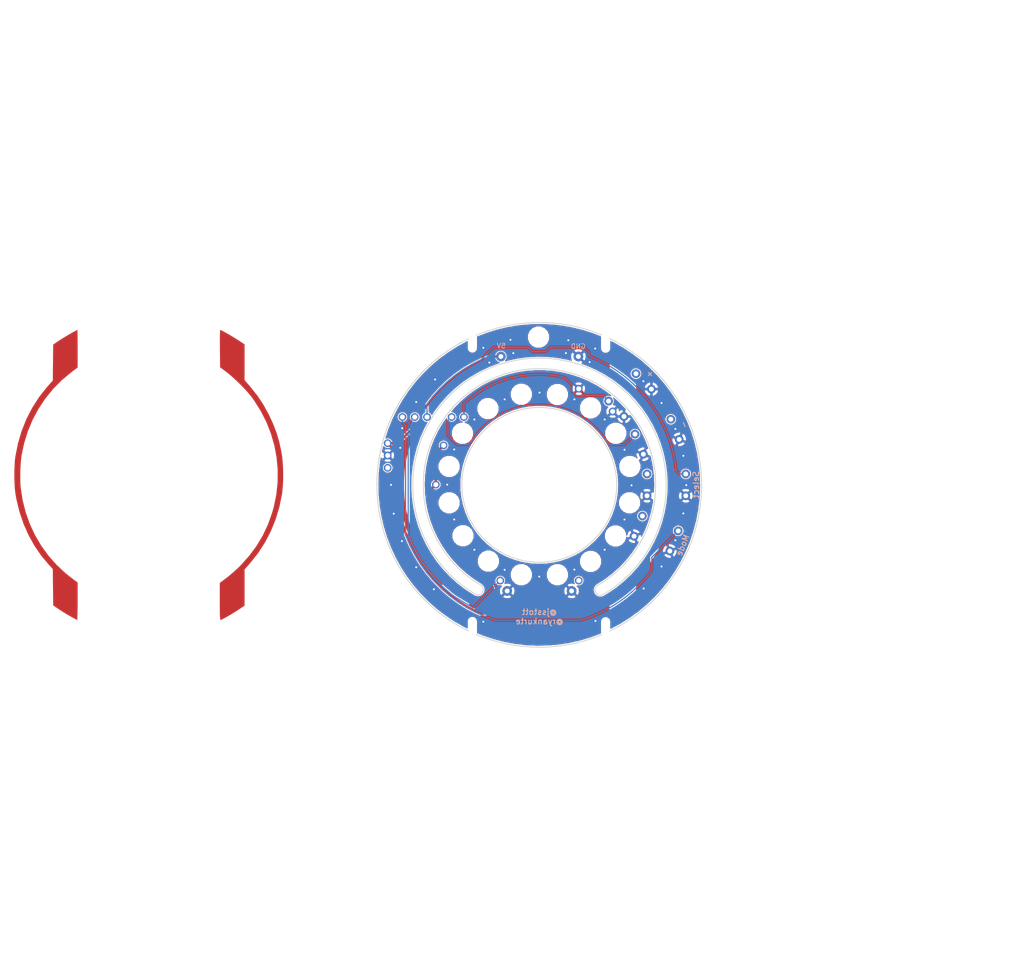
<source format=kicad_pcb>
(kicad_pcb (version 20171130) (host pcbnew "(5.0.0)")
  (layers (0 F.Cu signal) (31 B.Cu signal) (34 B.Paste user) (35 F.Paste user) (36 B.SilkS user) (37 F.SilkS user) (38 B.Mask user) (39 F.Mask user) (44 Edge.Cuts user))
  (net 0 "")
  (net 1 GND)
  (net 2 /5V)
  (net 3 /LED_DATA)
  (net 4 "Net-(U2-Pad4)")
  (net 5 "Net-(U1-Pad1)")
  (net 6 "Net-(U1-Pad7)")
  (net 7 /SW_Mode)
  (net 8 /SW_Select)
  (net 9 /SW_Plus)
  (net 10 /SW_Minus)
  (module identity-disk:front-decal (layer F.Cu) (at 134.25 73.65)
    (fp_text reference MH7 hide)
    (fp_text value "Front Decal" hide)
    (fp_poly (pts (xy -14.839815 -30.510695) (xy -14.829631 -30.163953) (xy -14.820824 -29.623943) (xy -14.813755 -28.92167) (xy -14.808783 -28.088136) (xy -14.806268 -27.154347) (xy -14.80603 -26.755753) (xy -14.80603 -22.87834) (xy -16.050006 -21.943308) (xy -18.041241 -20.289126) (xy -19.849555 -18.462518) (xy -21.466618 -16.477294) (xy -22.8841 -14.347265) (xy -24.093672 -12.086241) (xy -25.087004 -9.708032) (xy -25.855766 -7.226449) (xy -26.359817 -4.850251) (xy -26.485713 -3.88747) (xy -26.578281 -2.753531) (xy -26.635094 -1.530674) (xy -26.653728 -0.30114) (xy -26.631758 0.852831) (xy -26.566757 1.848997) (xy -26.559496 1.920647) (xy -26.165057 4.501087) (xy -25.534188 7.006414) (xy -24.675328 9.421841) (xy -23.59692 11.732576) (xy -22.307404 13.923831) (xy -20.81522 15.980815) (xy -19.128811 17.88874) (xy -17.256616 19.632817) (xy -15.795226 20.781064) (xy -14.80603 21.503284) (xy -14.80603 25.366215) (xy -14.809064 26.329696) (xy -14.817654 27.205269) (xy -14.83103 27.961897) (xy -14.848422 28.568543) (xy -14.869061 28.994171) (xy -14.892178 29.207744) (xy -14.901759 29.226857) (xy -15.044145 29.166643) (xy -15.361305 29.004344) (xy -15.806438 28.764647) (xy -16.332741 28.472236) (xy -16.337688 28.469449) (xy -17.009279 28.078598) (xy -17.735677 27.635792) (xy -18.410626 27.206641) (xy -18.762814 26.97199) (xy -19.847738 26.229649) (xy -19.881604 22.478496) (xy -19.91547 18.727344) (xy -20.699247 17.889483) (xy -22.277955 16.018579) (xy -23.686202 13.970456) (xy -24.913936 11.766478) (xy -25.951104 9.428009) (xy -26.787654 6.976412) (xy -27.413535 4.433052) (xy -27.64534 3.127136) (xy -27.756127 2.175345) (xy -27.828901 1.045061) (xy -27.863631 -0.189773) (xy -27.860291 -1.455216) (xy -27.818851 -2.677325) (xy -27.739284 -3.782159) (xy -27.648273 -4.531155) (xy -27.115312 -7.213965) (xy -26.354147 -9.789749) (xy -25.368055 -12.251497) (xy -24.160316 -14.592196) (xy -22.734209 -16.804835) (xy -21.093013 -18.882403) (xy -20.762621 -19.255219) (xy -19.91537 -20.194359) (xy -19.881554 -23.90504) (xy -19.847738 -27.615722) (xy -18.635176 -28.429103) (xy -18.203509 -28.709115) (xy -17.673901 -29.038288) (xy -17.089787 -29.391323) (xy -16.494605 -29.742921) (xy -15.93179 -30.067783) (xy -15.44478 -30.340608) (xy -15.077011 -30.536098) (xy -14.871919 -30.628953) (xy -14.851017 -30.633166) (xy -14.839815 -30.510695)) (layer F.Cu) (width 0.01))
    (fp_poly (pts (xy 14.812145 -30.569753) (xy 15.164785 -30.395469) (xy 15.649876 -30.134243) (xy 16.22525 -29.810005) (xy 16.848743 -29.446687) (xy 17.478187 -29.068216) (xy 18.071417 -28.698525) (xy 18.284171 -28.561687) (xy 19.656282 -27.669761) (xy 19.656282 -20.289449) (xy 20.883486 -18.856031) (xy 22.328441 -17.031142) (xy 23.578978 -15.14545) (xy 24.693484 -13.110311) (xy 24.770219 -12.955276) (xy 25.620673 -11.093127) (xy 26.297151 -9.298451) (xy 26.827567 -7.482494) (xy 27.239835 -5.556505) (xy 27.399665 -4.594975) (xy 27.519583 -3.556588) (xy 27.595851 -2.344987) (xy 27.628486 -1.03728) (xy 27.617502 0.289423) (xy 27.562915 1.558012) (xy 27.46474 2.691377) (xy 27.398127 3.190955) (xy 26.864335 5.845863) (xy 26.097981 8.408702) (xy 25.104732 10.867416) (xy 23.890257 13.20995) (xy 22.460222 15.424248) (xy 20.820295 17.498255) (xy 20.505439 17.853326) (xy 19.656282 18.794591) (xy 19.656282 26.286883) (xy 18.52487 27.047643) (xy 17.955209 27.419344) (xy 17.327656 27.8101) (xy 16.684097 28.195951) (xy 16.066422 28.552935) (xy 15.516519 28.857091) (xy 15.076279 29.084458) (xy 14.787589 29.211076) (xy 14.711157 29.229146) (xy 14.663442 29.175588) (xy 14.625527 29.000315) (xy 14.596494 28.681428) (xy 14.575422 28.197029) (xy 14.561391 27.525218) (xy 14.553481 26.644098) (xy 14.550774 25.531769) (xy 14.550754 25.410146) (xy 14.550754 21.591147) (xy 15.986684 20.51027) (xy 16.614639 20.009621) (xy 17.335635 19.390243) (xy 18.070943 18.72225) (xy 18.741835 18.075757) (xy 18.90029 17.915451) (xy 20.643054 15.968207) (xy 22.149555 13.934938) (xy 23.429195 11.798995) (xy 24.491378 9.543729) (xy 25.345508 7.152489) (xy 25.706625 5.865131) (xy 26.222684 3.346039) (xy 26.489035 0.809717) (xy 26.50903 -1.727486) (xy 26.286017 -4.249224) (xy 25.82335 -6.739148) (xy 25.124378 -9.180912) (xy 24.192452 -11.558168) (xy 23.030923 -13.854568) (xy 21.643141 -16.053765) (xy 21.045242 -16.876363) (xy 20.447138 -17.610366) (xy 19.696481 -18.442456) (xy 18.846678 -19.319901) (xy 17.951137 -20.189968) (xy 17.063264 -20.999924) (xy 16.236466 -21.697036) (xy 15.890955 -21.965594) (xy 14.614573 -22.925027) (xy 14.580792 -26.779096) (xy 14.575124 -27.741523) (xy 14.575292 -28.616134) (xy 14.580865 -29.371836) (xy 14.591415 -29.977534) (xy 14.606509 -30.402137) (xy 14.625719 -30.614549) (xy 14.63412 -30.633166) (xy 14.812145 -30.569753)) (layer F.Cu) (width 0.01))
  )
  (module identity-disk:logo (layer F.Cu) (at 214.8 102.15)
    (fp_text reference MH6 hide)
    (fp_text value Logo hide)
  )
  (module identity-disk:lanyard_mount (layer F.Cu) (at 214.6 44.5)
    (fp_text reference MH1 hide)
    (fp_text value "Lanyard Mount" hide)
    (pad "" np_thru_hole circle (at 0 0) (size 4 4) (drill 4) (layers *.Cu *.Mask))
  )
  (module identity-disk:route_bite (layer F.Cu) (at 228.45 45.05)
    (fp_text reference MH5 hide)
    (fp_text value "Edge Cut" hide)
    (pad "" np_thru_hole oval (at 0 0) (size 1.5 5) (drill oval 1.5 5) (layers *.Cu *.Mask))
  )
  (module identity-disk:route_bite (layer F.Cu) (at 228.45 105)
    (fp_text reference MH4 hide)
    (fp_text value "Edge Cut" hide)
    (pad "" np_thru_hole oval (at 0 0) (size 1.5 5) (drill oval 1.5 5) (layers *.Cu *.Mask))
  )
  (module identity-disk:route_bite (layer F.Cu) (at 200.95 104.95)
    (fp_text reference MH3 hide)
    (fp_text value "Edge Cut" hide)
    (pad "" np_thru_hole oval (at 0 0) (size 1.5 5) (drill oval 1.5 5) (layers *.Cu *.Mask))
  )
  (module identity-disk:route_bite (layer F.Cu) (at 200.95 45)
    (fp_text reference MH2 hide)
    (fp_text value "Edge Cut" hide)
    (pad "" np_thru_hole oval (at 0 0) (size 1.5 5) (drill oval 1.5 5) (layers *.Cu *.Mask))
  )
  (module identity-disk:lilypad (layer B.Cu) (at 202.025 100.7 90)
    (fp_text reference B1 hide)
    (fp_text value lilypad)
    (fp_text user GND (at 54.3 20.775 180) (layer B.SilkS) (effects (justify mirror)))
    (fp_text user 5V (at 54.4 4.875 180) (layer B.SilkS) (effects (justify mirror)))
    (pad 4 thru_hole circle (at 52.2 20.8 90) (size 2 2) (drill 1) (layers *.Cu *.Mask) (net 1 GND))
    (pad 3 thru_hole circle (at 52.2 4.8 90) (size 2 2) (drill 1) (layers *.Cu *.Mask) (net 2 /5V))
    (pad 1 thru_hole circle (at 3.8 6.1 90) (size 2 2) (drill 1) (layers *.Cu *.Mask) (net 1 GND))
    (pad 2 thru_hole circle (at 3.8 19.4 90) (size 2 2) (drill 1) (layers *.Cu *.Mask) (net 1 GND))
  )
  (module identity-disk:attiny (layer B.Cu) (at 182.46 60.0003 90)
    (fp_text reference U1 hide)
    (fp_text value digispark)
    (pad 9 thru_hole circle (at -0.9997 16.74 90) (size 1.6 1.6) (drill 1) (layers *.Cu *.Mask) (net 10 /SW_Minus))
    (pad 8 thru_hole circle (at -0.9997 14.2 90) (size 1.6 1.6) (drill 1) (layers *.Cu *.Mask) (net 9 /SW_Plus))
    (pad 6 thru_hole circle (at -0.9997 9.12 90) (size 1.6 1.6) (drill 1) (layers *.Cu *.Mask) (net 8 /SW_Select))
    (pad 5 thru_hole circle (at -0.9997 6.58 90) (size 1.6 1.6) (drill 1) (layers *.Cu *.Mask) (net 3 /LED_DATA))
    (pad 4 thru_hole circle (at -0.9997 4.04 90) (size 1.6 1.6) (drill 1) (layers *.Cu *.Mask) (net 7 /SW_Mode))
    (pad 3 thru_hole circle (at -6.3997 1 90) (size 1.6 1.6) (drill 1) (layers *.Cu *.Mask) (net 2 /5V))
    (pad 2 thru_hole circle (at -8.9397 1 90) (size 1.6 1.6) (drill 1) (layers *.Cu *.Mask) (net 1 GND))
    (pad 1 thru_hole circle (at -11.4797 1 90) (size 1.6 1.6) (drill 1) (layers *.Cu *.Mask) (net 5 "Net-(U1-Pad1)"))
  )
  (module identity-disk:ledring (layer F.Cu) (at 214.8 74.95 270)
    (fp_text reference U2 hide)
    (fp_text value ledring hide)
    (pad "" np_thru_hole circle (at 3.75 -18.6 270) (size 4 4) (drill 4) (layers *.Cu *.Mask))
    (pad "" np_thru_hole circle (at 10.6 -15.7 270) (size 4 4) (drill 4) (layers *.Cu *.Mask))
    (pad "" np_thru_hole circle (at 15.85 -10.55 270) (size 4 4) (drill 4) (layers *.Cu *.Mask))
    (pad "" np_thru_hole circle (at 18.6 -3.7 270) (size 4 4) (drill 4) (layers *.Cu *.Mask))
    (pad "" np_thru_hole circle (at 18.6 3.75 270) (size 4 4) (drill 4) (layers *.Cu *.Mask))
    (pad "" np_thru_hole circle (at 15.8 10.55 270) (size 4 4) (drill 4) (layers *.Cu *.Mask))
    (pad "" np_thru_hole circle (at 10.55 15.8 270) (size 4 4) (drill 4) (layers *.Cu *.Mask))
    (pad "" np_thru_hole circle (at 3.75 18.65 270) (size 4 4) (drill 4) (layers *.Cu *.Mask))
    (pad "" np_thru_hole circle (at -3.75 18.65 270) (size 4 4) (drill 4) (layers *.Cu *.Mask))
    (pad "" np_thru_hole circle (at -10.6 15.9 270) (size 4 4) (drill 4) (layers *.Cu *.Mask))
    (pad "" np_thru_hole circle (at -15.7 10.65 270) (size 4 4) (drill 4) (layers *.Cu *.Mask))
    (pad "" np_thru_hole circle (at -18.65 3.75 270) (size 4 4) (drill 4) (layers *.Cu *.Mask))
    (pad "" np_thru_hole circle (at -18.6 -3.7 270) (size 4 4) (drill 4) (layers *.Cu *.Mask))
    (pad "" np_thru_hole circle (at -15.85 -10.55 270) (size 4 4) (drill 4) (layers *.Cu *.Mask))
    (pad "" np_thru_hole circle (at -10.6 -15.75 270) (size 4 4) (drill 4) (layers *.Cu *.Mask))
    (pad "" np_thru_hole circle (at -3.75 -18.65 270) (size 4 4) (drill 4) (layers *.Cu *.Mask))
    (pad 2 thru_hole circle (at -15.1 -15.1 270) (size 1.6 1.6) (drill 1) (layers *.Cu *.Mask) (net 1 GND))
    (pad 4 thru_hole circle (at 19.8 -8.1 270) (size 1.6 1.6) (drill 1) (layers *.Cu *.Mask) (net 4 "Net-(U2-Pad4)"))
    (pad 3 thru_hole circle (at 19.8 8.1 270) (size 1.6 1.6) (drill 1) (layers *.Cu *.Mask) (net 3 /LED_DATA))
    (pad 2 thru_hole circle (at -19.8 -8.1 270) (size 1.6 1.6) (drill 1) (layers *.Cu *.Mask) (net 1 GND))
    (pad 1 thru_hole circle (at -8.1 19.8 270) (size 1.6 1.6) (drill 1) (layers *.Cu *.Mask) (net 2 /5V))
    (pad 1 thru_hole circle (at 0 21.4 270) (size 1.6 1.6) (drill 1) (layers *.Cu *.Mask) (net 2 /5V))
  )
  (module identity-disk:switch (layer B.Cu) (at 228 56.5 45)
    (fp_text reference SW4 hide)
    (fp_text value CW)
    (pad "" thru_hole circle (at 7.9 1.6 45) (size 1.8 1.8) (drill 1) (layers *.Cu *.Mask))
    (pad 2 thru_hole circle (at 7.9 6.1 45) (size 1.8 1.8) (drill 1) (layers *.Cu *.Mask) (net 1 GND))
    (pad 2 thru_hole circle (at -0.1 6.1 45) (size 1.8 1.8) (drill 1) (layers *.Cu *.Mask) (net 1 GND))
    (pad 1 thru_hole circle (at -0.1 1.6 45) (size 1.8 1.8) (drill 1) (layers *.Cu *.Mask) (net 10 /SW_Minus))
  )
  (module identity-disk:switch (layer B.Cu) (at 237.1 71.15)
    (fp_text reference SW2 hide)
    (fp_text value Select)
    (pad 1 thru_hole circle (at 7.9 1.6) (size 1.8 1.8) (drill 1) (layers *.Cu *.Mask) (net 8 /SW_Select))
    (pad 2 thru_hole circle (at 7.9 6.1) (size 1.8 1.8) (drill 1) (layers *.Cu *.Mask) (net 1 GND))
    (pad 2 thru_hole circle (at -0.1 6.1) (size 1.8 1.8) (drill 1) (layers *.Cu *.Mask) (net 1 GND))
    (pad "" thru_hole circle (at -0.1 1.6) (size 1.8 1.8) (drill 1) (layers *.Cu *.Mask))
  )
  (module identity-disk:switch (layer B.Cu) (at 236.75 80 337.5)
    (fp_text reference SW1 hide)
    (fp_text value Mode)
    (pad 1 thru_hole circle (at 7.9 1.6 337.5) (size 1.8 1.8) (drill 1) (layers *.Cu *.Mask) (net 7 /SW_Mode))
    (pad 2 thru_hole circle (at 7.9 6.1 337.5) (size 1.8 1.8) (drill 1) (layers *.Cu *.Mask) (net 1 GND))
    (pad 2 thru_hole circle (at -0.1 6.1 337.5) (size 1.8 1.8) (drill 1) (layers *.Cu *.Mask) (net 1 GND))
    (pad "" thru_hole circle (at -0.1 1.6 337.5) (size 1.8 1.8) (drill 1) (layers *.Cu *.Mask))
  )
  (module identity-disk:switch (layer B.Cu) (at 234 63 22.5)
    (fp_text reference SW3 hide)
    (fp_text value CCW)
    (pad "" thru_hole circle (at 7.9 1.6 22.5) (size 1.8 1.8) (drill 1) (layers *.Cu *.Mask))
    (pad 2 thru_hole circle (at 7.9 6.1 22.5) (size 1.8 1.8) (drill 1) (layers *.Cu *.Mask) (net 1 GND))
    (pad 2 thru_hole circle (at -0.1 6.1 22.5) (size 1.8 1.8) (drill 1) (layers *.Cu *.Mask) (net 1 GND))
    (pad 1 thru_hole circle (at -0.1 1.600001 22.5) (size 1.8 1.8) (drill 1) (layers *.Cu *.Mask) (net 9 /SW_Plus))
  )
  (gr_text "@jsstott\n@ryankurte" (at 214.8 102.2) (layer B.SilkS) (effects (font (size 1.2 1.2) (thickness 0.2)) (justify mirror)))
  (gr_text + (at 237.55 52.2 135) (layer B.SilkS) (effects (font (size 1.2 1.2) (thickness 0.2)) (justify mirror)))
  (gr_text - (at 244.6 62.6 112.5) (layer B.SilkS) (effects (font (size 1.2 1.2) (thickness 0.2)) (justify mirror)))
  (gr_text Select (at 247.1 74.95 90) (layer B.SilkS) (effects (font (size 1.2 1.2) (thickness 0.2)) (justify mirror)))
  (gr_text Mode (at 244.4 87.45 67.5) (layer B.SilkS) (effects (font (size 1.2 1.2) (thickness 0.2)) (justify mirror)))
  (gr_arc (start 202.1 96.625) (end 201.475001 97.524999) (angle -187) (layer Edge.Cuts) (width 0.2))
  (gr_arc (start 227.375 96.7) (end 226.900001 95.700001) (angle -189) (layer Edge.Cuts) (width 0.2))
  (gr_arc (start 214.8 75) (end 227.999999 97.599999) (angle -299.1) (layer Edge.Cuts) (width 0.2))
  (gr_arc (start 214.8 75) (end 226.899999 95.699999) (angle -299.1) (layer Edge.Cuts) (width 0.2))
  (gr_circle (center 214.75 75) (end 248.25 75) (layer Edge.Cuts) (width 0.2))
  (gr_circle (center 214.75 75) (end 230.75 75) (layer Edge.Cuts) (width 0.2))
  (via (at 186.45 63.3) (size 0.8) (drill 0.4) (layers F.Cu B.Cu) (net 1))
  (via (at 189.35 57.9) (size 0.8) (drill 0.4) (layers F.Cu B.Cu) (net 1))
  (via (at 193.25 53.25) (size 0.8) (drill 0.4) (layers F.Cu B.Cu) (net 1))
  (via (at 228.25 61.5) (size 0.8) (drill 0.4) (layers F.Cu B.Cu) (net 1))
  (via (at 244.5 80.9) (size 0.8) (drill 0.4) (layers F.Cu B.Cu) (net 1))
  (via (at 242.85 86.45) (size 0.8) (drill 0.4) (layers F.Cu B.Cu) (net 1))
  (via (at 240 91.85) (size 0.8) (drill 0.4) (layers F.Cu B.Cu) (net 1))
  (via (at 236.3 96.4) (size 0.8) (drill 0.4) (layers F.Cu B.Cu) (net 1))
  (via (at 226.35 103.1) (size 0.8) (drill 0.4) (layers F.Cu B.Cu) (net 1))
  (via (at 203.2 103.25) (size 0.8) (drill 0.4) (layers F.Cu B.Cu) (net 1))
  (via (at 193 96.55) (size 0.8) (drill 0.4) (layers F.Cu B.Cu) (net 1))
  (via (at 189.35 92) (size 0.8) (drill 0.4) (layers F.Cu B.Cu) (net 1))
  (via (at 186.4 86.6) (size 0.8) (drill 0.4) (layers F.Cu B.Cu) (net 1))
  (via (at 184.7 80.95) (size 0.8) (drill 0.4) (layers F.Cu B.Cu) (net 1))
  (via (at 184.15 75) (size 0.8) (drill 0.4) (layers F.Cu B.Cu) (net 1))
  (via (at 203.2 46.7) (size 0.8) (drill 0.4) (layers F.Cu B.Cu) (net 1))
  (via (at 208.8 45.05) (size 0.8) (drill 0.4) (layers F.Cu B.Cu) (net 1))
  (via (at 220.75 45.15) (size 0.8) (drill 0.4) (layers F.Cu B.Cu) (net 1))
  (via (at 226.3 46.85) (size 0.8) (drill 0.4) (layers F.Cu B.Cu) (net 1))
  (via (at 236.25 53.6) (size 0.8) (drill 0.4) (layers F.Cu B.Cu) (net 1))
  (via (at 240 58.1) (size 0.8) (drill 0.4) (layers F.Cu B.Cu) (net 1))
  (via (at 242.85 63.45) (size 0.8) (drill 0.4) (layers F.Cu B.Cu) (net 1))
  (via (at 244.5 69) (size 0.8) (drill 0.4) (layers F.Cu B.Cu) (net 1))
  (via (at 245.1 75.05) (size 0.8) (drill 0.4) (layers F.Cu B.Cu) (net 1))
  (via (at 233.8 75.1) (size 0.8) (drill 0.4) (layers F.Cu B.Cu) (net 1))
  (via (at 232.35 67.75) (size 0.8) (drill 0.4) (layers F.Cu B.Cu) (net 1))
  (via (at 222 57.35) (size 0.8) (drill 0.4) (layers F.Cu B.Cu) (net 1))
  (via (at 214.8 55.95) (size 0.8) (drill 0.4) (layers F.Cu B.Cu) (net 1))
  (via (at 207.6 57.35) (size 0.8) (drill 0.4) (layers F.Cu B.Cu) (net 1))
  (via (at 201.35 61.5) (size 0.8) (drill 0.4) (layers F.Cu B.Cu) (net 1))
  (via (at 197.2 67.7) (size 0.8) (drill 0.4) (layers F.Cu B.Cu) (net 1))
  (via (at 195.75 74.95) (size 0.8) (drill 0.4) (layers F.Cu B.Cu) (net 1))
  (via (at 197.2 82.15) (size 0.8) (drill 0.4) (layers F.Cu B.Cu) (net 1))
  (via (at 201.35 88.4) (size 0.8) (drill 0.4) (layers F.Cu B.Cu) (net 1))
  (via (at 207.6 92.55) (size 0.8) (drill 0.4) (layers F.Cu B.Cu) (net 1))
  (via (at 214.75 93.95) (size 0.8) (drill 0.4) (layers F.Cu B.Cu) (net 1))
  (via (at 222 92.5) (size 0.8) (drill 0.4) (layers F.Cu B.Cu) (net 1))
  (via (at 228.25 88.4) (size 0.8) (drill 0.4) (layers F.Cu B.Cu) (net 1))
  (via (at 232.35 82.15) (size 0.8) (drill 0.4) (layers F.Cu B.Cu) (net 1))
  (via (at 220.25 47.8) (size 0.8) (drill 0.4) (layers F.Cu B.Cu) (net 1))
  (via (at 209.4 47.8) (size 0.8) (drill 0.4) (layers F.Cu B.Cu) (net 1))
  (via (at 204.45 49.75) (size 0.8) (drill 0.4) (layers F.Cu B.Cu) (net 1))
  (via (at 225.15 49.65) (size 0.8) (drill 0.4) (layers F.Cu B.Cu) (net 1))
  (via (at 186.05 67.35) (size 0.8) (drill 0.4) (layers F.Cu B.Cu) (net 1))
  (segment (start 193.4 68.45) (end 193.4 74.95) (width 0.5) (layer F.Cu) (net 2))
  (segment (start 195 66.85) (end 193.4 68.45) (width 0.5) (layer F.Cu) (net 2))
  (segment (start 199.817493 100.181237) (end 201.727064 101.208868) (width 0.5) (layer F.Cu) (net 2))
  (segment (start 205.85 96.7) (end 205.849999 95.886304) (width 0.5) (layer F.Cu) (net 2))
  (segment (start 194.746859 96.403929) (end 196.253012 97.715749) (width 0.5) (layer F.Cu) (net 2))
  (segment (start 185.7 68.64) (end 185.7 79.12514) (width 0.5) (layer F.Cu) (net 2))
  (segment (start 197.989453 99.014724) (end 199.817493 100.181237) (width 0.5) (layer F.Cu) (net 2))
  (segment (start 193.092738 94.749808) (end 194.746859 96.403929) (width 0.5) (layer F.Cu) (net 2))
  (segment (start 190.406301 91.348766) (end 191.686331 93.099202) (width 0.5) (layer F.Cu) (net 2))
  (segment (start 196.253012 97.715749) (end 197.989453 99.014724) (width 0.5) (layer F.Cu) (net 2))
  (segment (start 189.259703 89.508159) (end 190.406301 91.348766) (width 0.5) (layer F.Cu) (net 2))
  (segment (start 188.252866 87.587527) (end 189.259703 89.508159) (width 0.5) (layer F.Cu) (net 2))
  (segment (start 187.391353 85.597492) (end 188.252866 87.587527) (width 0.5) (layer F.Cu) (net 2))
  (segment (start 183.46 66.4) (end 185.7 68.64) (width 0.5) (layer F.Cu) (net 2))
  (segment (start 186.679895 83.548981) (end 187.391353 85.597492) (width 0.5) (layer F.Cu) (net 2))
  (segment (start 205.85 99.6) (end 205.85 96.7) (width 0.5) (layer F.Cu) (net 2))
  (segment (start 203.901109 101.548891) (end 205.85 99.6) (width 0.5) (layer F.Cu) (net 2))
  (segment (start 191.686331 93.099202) (end 193.092738 94.749808) (width 0.5) (layer F.Cu) (net 2))
  (segment (start 185.7 79.12514) (end 185.722037 79.322105) (width 0.5) (layer F.Cu) (net 2))
  (segment (start 186.122436 81.453345) (end 186.679895 83.548981) (width 0.5) (layer F.Cu) (net 2))
  (segment (start 185.722037 79.322105) (end 186.122436 81.453345) (width 0.5) (layer F.Cu) (net 2))
  (segment (start 201.727064 101.208868) (end 202.489667 101.548891) (width 0.5) (layer F.Cu) (net 2))
  (segment (start 202.489667 101.548891) (end 203.901109 101.548891) (width 0.5) (layer F.Cu) (net 2))
  (segment (start 204.748362 94.73972) (end 203.756247 94.175335) (width 0.5) (layer F.Cu) (net 2))
  (segment (start 205.849999 95.886304) (end 205.849999 95.841357) (width 0.5) (layer F.Cu) (net 2))
  (segment (start 205.849999 95.841357) (end 204.748362 94.73972) (width 0.5) (layer F.Cu) (net 2))
  (segment (start 192.571866 76.21352) (end 192.571866 75.778134) (width 0.5) (layer F.Cu) (net 2))
  (segment (start 192.805777 78.344286) (end 192.571866 76.21352) (width 0.5) (layer F.Cu) (net 2))
  (segment (start 193.172744 80.200493) (end 192.805777 78.344286) (width 0.5) (layer F.Cu) (net 2))
  (segment (start 192.571866 75.778134) (end 193.4 74.95) (width 0.5) (layer F.Cu) (net 2))
  (segment (start 193.6975 82.018395) (end 193.172744 80.200493) (width 0.5) (layer F.Cu) (net 2))
  (segment (start 194.376185 83.784627) (end 193.6975 82.018395) (width 0.5) (layer F.Cu) (net 2))
  (segment (start 195.20379 85.486154) (end 194.376185 83.784627) (width 0.5) (layer F.Cu) (net 2))
  (segment (start 196.174235 87.110472) (end 195.20379 85.486154) (width 0.5) (layer F.Cu) (net 2))
  (segment (start 197.280373 88.645618) (end 196.174235 87.110472) (width 0.5) (layer F.Cu) (net 2))
  (segment (start 202.885165 93.679802) (end 201.326805 92.606664) (width 0.5) (layer F.Cu) (net 2))
  (segment (start 203.751694 94.172745) (end 202.885165 93.679802) (width 0.5) (layer F.Cu) (net 2))
  (segment (start 201.326805 92.606664) (end 199.866172 91.403861) (width 0.5) (layer F.Cu) (net 2))
  (segment (start 198.217269 89.735142) (end 197.280373 88.645618) (width 0.5) (layer F.Cu) (net 2))
  (segment (start 199.866172 91.403861) (end 198.477771 90.01546) (width 0.5) (layer F.Cu) (net 2))
  (segment (start 198.477771 90.01546) (end 198.477771 89.995644) (width 0.5) (layer F.Cu) (net 2))
  (segment (start 198.477771 89.995644) (end 198.217269 89.735142) (width 0.5) (layer F.Cu) (net 2))
  (segment (start 185.6 66.4) (end 184.53763 66.4) (width 0.5) (layer F.Cu) (net 2))
  (segment (start 190.3 61.65) (end 185.6 66.4) (width 0.5) (layer F.Cu) (net 2))
  (segment (start 191.546604 58.574897) (end 190.3 60.35) (width 0.5) (layer F.Cu) (net 2))
  (segment (start 192.833121 56.904531) (end 191.546604 58.574897) (width 0.5) (layer F.Cu) (net 2))
  (segment (start 194.2404 55.334556) (end 192.833121 56.904531) (width 0.5) (layer F.Cu) (net 2))
  (segment (start 204.65951 48.5) (end 202.794035 49.273317) (width 0.5) (layer F.Cu) (net 2))
  (segment (start 206.825 48.5) (end 204.65951 48.5) (width 0.5) (layer F.Cu) (net 2))
  (segment (start 190.3 60.35) (end 190.3 61.65) (width 0.5) (layer F.Cu) (net 2))
  (segment (start 195.760636 53.873681) (end 194.2404 55.334556) (width 0.5) (layer F.Cu) (net 2))
  (segment (start 202.794035 49.273317) (end 200.911859 50.223443) (width 0.5) (layer F.Cu) (net 2))
  (segment (start 200.911859 50.223443) (end 199.105643 51.311016) (width 0.5) (layer F.Cu) (net 2))
  (segment (start 184.53763 66.4) (end 183.46 66.4) (width 0.5) (layer F.Cu) (net 2))
  (segment (start 199.105643 51.311016) (end 197.385396 52.53001) (width 0.5) (layer F.Cu) (net 2))
  (segment (start 197.385396 52.53001) (end 195.760636 53.873681) (width 0.5) (layer F.Cu) (net 2))
  (segment (start 187.694407 62.345593) (end 189.04 61) (width 0.25) (layer B.Cu) (net 3))
  (segment (start 187.694407 85.479446) (end 187.694407 62.345593) (width 0.25) (layer B.Cu) (net 3))
  (segment (start 188.546332 87.447335) (end 187.694407 85.479446) (width 0.25) (layer B.Cu) (net 3))
  (segment (start 189.541956 89.346573) (end 188.546332 87.447335) (width 0.25) (layer B.Cu) (net 3))
  (segment (start 190.67577 91.166659) (end 189.541956 89.346573) (width 0.25) (layer B.Cu) (net 3))
  (segment (start 191.941553 92.897612) (end 190.67577 91.166659) (width 0.25) (layer B.Cu) (net 3))
  (segment (start 193.332289 94.529828) (end 191.941553 92.897612) (width 0.25) (layer B.Cu) (net 3))
  (segment (start 201.1 100.4) (end 197.373353 98.147956) (width 0.25) (layer B.Cu) (net 3))
  (segment (start 206.7 94.75) (end 201.1 100.4) (width 0.25) (layer B.Cu) (net 3))
  (segment (start 197.373353 98.147956) (end 196.457377 97.462744) (width 0.25) (layer B.Cu) (net 3))
  (segment (start 196.457377 97.462744) (end 194.843594 96.057182) (width 0.25) (layer B.Cu) (net 3))
  (segment (start 194.843594 96.057182) (end 194.802105 96.015693) (width 0.25) (layer B.Cu) (net 3))
  (segment (start 194.802105 96.015693) (end 193.332289 94.529828) (width 0.25) (layer B.Cu) (net 3))
  (segment (start 187.175001 62.752631) (end 187.175001 66.074999) (width 0.25) (layer B.Cu) (net 7))
  (segment (start 186.5 61) (end 186.5 62.07763) (width 0.25) (layer B.Cu) (net 7))
  (segment (start 186.5 62.07763) (end 187.175001 62.752631) (width 0.25) (layer B.Cu) (net 7))
  (segment (start 203.660985 102.20801) (end 205.710375 102.94481) (width 0.25) (layer B.Cu) (net 7))
  (segment (start 201.671924 101.321145) (end 203.660985 102.20801) (width 0.25) (layer B.Cu) (net 7))
  (segment (start 199.754152 100.289101) (end 201.671924 101.321145) (width 0.25) (layer B.Cu) (net 7))
  (segment (start 197.918295 99.117599) (end 199.754152 100.289101) (width 0.25) (layer B.Cu) (net 7))
  (segment (start 196.174428 97.813069) (end 197.918295 99.117599) (width 0.25) (layer B.Cu) (net 7))
  (segment (start 194.536341 96.386339) (end 196.174428 97.813069) (width 0.25) (layer B.Cu) (net 7))
  (segment (start 194.48306 96.333058) (end 194.536341 96.386339) (width 0.25) (layer B.Cu) (net 7))
  (segment (start 193.000605 94.834415) (end 194.48306 96.333058) (width 0.25) (layer B.Cu) (net 7))
  (segment (start 190.30266 91.418803) (end 191.588178 93.176742) (width 0.25) (layer B.Cu) (net 7))
  (segment (start 187.15 66.1) (end 187.15 85.283564) (width 0.25) (layer B.Cu) (net 7))
  (segment (start 191.588178 93.176742) (end 193.000605 94.834415) (width 0.25) (layer B.Cu) (net 7))
  (segment (start 187.175001 66.074999) (end 187.15 66.1) (width 0.25) (layer B.Cu) (net 7))
  (segment (start 187.15 85.283564) (end 187.274796 85.642891) (width 0.25) (layer B.Cu) (net 7))
  (segment (start 187.274796 85.642891) (end 188.140004 87.641461) (width 0.25) (layer B.Cu) (net 7))
  (segment (start 188.140004 87.641461) (end 189.151156 89.570321) (width 0.25) (layer B.Cu) (net 7))
  (segment (start 189.151156 89.570321) (end 190.30266 91.418803) (width 0.25) (layer B.Cu) (net 7))
  (segment (start 236.724689 94.241209) (end 237.985593 92.687285) (width 0.25) (layer B.Cu) (net 7))
  (segment (start 235.360726 95.705512) (end 236.724689 94.241209) (width 0.25) (layer B.Cu) (net 7))
  (segment (start 232.349499 98.338408) (end 233.900054 97.073375) (width 0.25) (layer B.Cu) (net 7))
  (segment (start 205.710375 102.94481) (end 223.436956 102.94481) (width 0.25) (layer B.Cu) (net 7))
  (segment (start 233.900054 97.073375) (end 235.360726 95.705512) (width 0.25) (layer B.Cu) (net 7))
  (segment (start 224.945507 102.439175) (end 226.953348 101.595727) (width 0.25) (layer B.Cu) (net 7))
  (segment (start 226.953348 101.595727) (end 228.893074 100.605583) (width 0.25) (layer B.Cu) (net 7))
  (segment (start 223.436956 102.94481) (end 224.945507 102.439175) (width 0.25) (layer B.Cu) (net 7))
  (segment (start 228.893074 100.605583) (end 230.692241 99.511743) (width 0.25) (layer B.Cu) (net 7))
  (segment (start 230.692241 99.511743) (end 232.349499 98.338408) (width 0.25) (layer B.Cu) (net 7))
  (segment (start 237.985593 89.952168) (end 237.985593 92.687285) (width 0.25) (layer B.Cu) (net 7))
  (segment (start 243.436355 84.501406) (end 237.985593 89.952168) (width 0.25) (layer B.Cu) (net 7))
  (segment (start 243.727208 72.75) (end 245 72.75) (width 0.25) (layer B.Cu) (net 8))
  (segment (start 242.914501 71.937293) (end 243.727208 72.75) (width 0.25) (layer B.Cu) (net 8))
  (segment (start 242.486016 68.7052) (end 242.914501 71.001031) (width 0.25) (layer B.Cu) (net 8))
  (segment (start 241.93598 66.633482) (end 242.486016 68.7052) (width 0.25) (layer B.Cu) (net 8))
  (segment (start 241.232265 64.608809) (end 241.93598 66.633482) (width 0.25) (layer B.Cu) (net 8))
  (segment (start 240.378822 62.642545) (end 241.232265 64.608809) (width 0.25) (layer B.Cu) (net 8))
  (segment (start 239.380445 60.74574) (end 240.378822 62.642545) (width 0.25) (layer B.Cu) (net 8))
  (segment (start 238.242768 58.929098) (end 239.380445 60.74574) (width 0.25) (layer B.Cu) (net 8))
  (segment (start 236.972164 57.202789) (end 238.242768 58.929098) (width 0.25) (layer B.Cu) (net 8))
  (segment (start 234.061487 54.05949) (end 235.575787 55.57654) (width 0.25) (layer B.Cu) (net 8))
  (segment (start 232.437763 52.660157) (end 234.061487 54.05949) (width 0.25) (layer B.Cu) (net 8))
  (segment (start 230.713775 51.38643) (end 232.437763 52.660157) (width 0.25) (layer B.Cu) (net 8))
  (segment (start 197.309323 52.430714) (end 199.037185 51.206325) (width 0.25) (layer B.Cu) (net 8))
  (segment (start 195.677376 53.780329) (end 197.309323 52.430714) (width 0.25) (layer B.Cu) (net 8))
  (segment (start 194.150442 55.24764) (end 195.677376 53.780329) (width 0.25) (layer B.Cu) (net 8))
  (segment (start 242.914501 71.001031) (end 242.914501 71.937293) (width 0.25) (layer B.Cu) (net 8))
  (segment (start 192.736941 56.824555) (end 194.150442 55.24764) (width 0.25) (layer B.Cu) (net 8))
  (segment (start 225.003612 48.370979) (end 227.0042 49.243637) (width 0.25) (layer B.Cu) (net 8))
  (segment (start 235.575787 55.57654) (end 236.972164 57.202789) (width 0.25) (layer B.Cu) (net 8))
  (segment (start 191.58 58.326685) (end 192.736941 56.824555) (width 0.25) (layer B.Cu) (net 8))
  (segment (start 191.58 61) (end 191.58 58.326685) (width 0.25) (layer B.Cu) (net 8))
  (segment (start 199.037185 51.206325) (end 200.851373 50.113952) (width 0.25) (layer B.Cu) (net 8))
  (segment (start 200.851373 50.113952) (end 202.741867 49.159628) (width 0.25) (layer B.Cu) (net 8))
  (segment (start 227.0042 49.243637) (end 228.899176 50.245447) (width 0.25) (layer B.Cu) (net 8))
  (segment (start 228.899176 50.245447) (end 230.713775 51.38643) (width 0.25) (layer B.Cu) (net 8))
  (segment (start 225.003612 48.370979) (end 225.003612 47.553612) (width 0.25) (layer B.Cu) (net 8))
  (segment (start 225.003612 47.553612) (end 224 46.55) (width 0.25) (layer B.Cu) (net 8))
  (segment (start 224 46.55) (end 217.05 46.55) (width 0.25) (layer B.Cu) (net 8))
  (segment (start 217.05 46.55) (end 216.1 47.5) (width 0.25) (layer B.Cu) (net 8))
  (segment (start 216.1 47.5) (end 213.3 47.5) (width 0.25) (layer B.Cu) (net 8))
  (segment (start 213.3 47.5) (end 212.4 46.6) (width 0.25) (layer B.Cu) (net 8))
  (segment (start 205.301495 46.6) (end 202.741867 49.159628) (width 0.25) (layer B.Cu) (net 8))
  (segment (start 212.4 46.6) (end 205.301495 46.6) (width 0.25) (layer B.Cu) (net 8))
  (segment (start 232.361381 66.675001) (end 234.519906 64.516476) (width 0.25) (layer B.Cu) (net 9))
  (segment (start 229.191097 66.675001) (end 232.361381 66.675001) (width 0.25) (layer B.Cu) (net 9))
  (segment (start 227.783783 64.856688) (end 228.806217 66.290121) (width 0.25) (layer B.Cu) (net 9))
  (segment (start 223.088648 60.770562) (end 224.401619 61.62165) (width 0.25) (layer B.Cu) (net 9))
  (segment (start 221.701583 60.046508) (end 223.088648 60.770562) (width 0.25) (layer B.Cu) (net 9))
  (segment (start 220.252665 59.455874) (end 221.701583 60.046508) (width 0.25) (layer B.Cu) (net 9))
  (segment (start 215.664821 58.530531) (end 217.220887 58.694521) (width 0.25) (layer B.Cu) (net 9))
  (segment (start 213.893906 58.530531) (end 215.664821 58.530531) (width 0.25) (layer B.Cu) (net 9))
  (segment (start 211.000744 58.918759) (end 212.540959 58.643147) (width 0.25) (layer B.Cu) (net 9))
  (segment (start 200.885433 65.819515) (end 201.930215 64.437093) (width 0.25) (layer B.Cu) (net 9))
  (segment (start 212.540959 58.643147) (end 213.893906 58.530531) (width 0.25) (layer B.Cu) (net 9))
  (segment (start 200.029947 66.675001) (end 200.885433 65.819515) (width 0.25) (layer B.Cu) (net 9))
  (segment (start 197.783999 66.675001) (end 200.029947 66.675001) (width 0.25) (layer B.Cu) (net 9))
  (segment (start 195.898001 64.789003) (end 197.783999 66.675001) (width 0.25) (layer B.Cu) (net 9))
  (segment (start 196.66 61) (end 195.898001 61.761999) (width 0.25) (layer B.Cu) (net 9))
  (segment (start 217.220887 58.694521) (end 218.754694 59.003882) (width 0.25) (layer B.Cu) (net 9))
  (segment (start 205.2 61.5) (end 205.641113 61.199889) (width 0.25) (layer B.Cu) (net 9))
  (segment (start 201.930215 64.437093) (end 203.75 62.617308) (width 0.25) (layer B.Cu) (net 9))
  (segment (start 228.806217 66.290121) (end 229.191097 66.675001) (width 0.25) (layer B.Cu) (net 9))
  (segment (start 195.898001 61.761999) (end 195.898001 64.789003) (width 0.25) (layer B.Cu) (net 9))
  (segment (start 225.628883 62.592246) (end 226.7596 63.673776) (width 0.25) (layer B.Cu) (net 9))
  (segment (start 224.401619 61.62165) (end 225.628883 62.592246) (width 0.25) (layer B.Cu) (net 9))
  (segment (start 203.75 62.617308) (end 204.05 62.35) (width 0.25) (layer B.Cu) (net 9))
  (segment (start 226.7596 63.673776) (end 227.783783 64.856688) (width 0.25) (layer B.Cu) (net 9))
  (segment (start 204.05 62.35) (end 204.3 62.15) (width 0.25) (layer B.Cu) (net 9))
  (segment (start 204.3 62.15) (end 204.85 61.75) (width 0.25) (layer B.Cu) (net 9))
  (segment (start 204.85 61.75) (end 205.2 61.5) (width 0.25) (layer B.Cu) (net 9))
  (segment (start 205.641113 61.199889) (end 206.629043 60.589873) (width 0.25) (layer B.Cu) (net 9))
  (segment (start 218.754694 59.003882) (end 220.252665 59.455874) (width 0.25) (layer B.Cu) (net 9))
  (segment (start 206.629043 60.589873) (end 208.031676 59.89644) (width 0.25) (layer B.Cu) (net 9))
  (segment (start 208.031676 59.89644) (end 209.493217 59.337756) (width 0.25) (layer B.Cu) (net 9))
  (segment (start 209.493217 59.337756) (end 211.000744 58.918759) (width 0.25) (layer B.Cu) (net 9))
  (segment (start 206.958247 53.491202) (end 206.958246 53.491202) (width 0.25) (layer B.Cu) (net 10))
  (segment (start 206.289454 53.760546) (end 206.958247 53.491202) (width 0.25) (layer B.Cu) (net 10))
  (segment (start 205.2 54.2) (end 206.289454 53.760546) (width 0.25) (layer B.Cu) (net 10))
  (segment (start 204.204448 54.7) (end 205.2 54.2) (width 0.25) (layer B.Cu) (net 10))
  (segment (start 199.2 58.16767) (end 200.15 57.4) (width 0.25) (layer B.Cu) (net 10))
  (segment (start 199.2 61) (end 199.2 58.16767) (width 0.25) (layer B.Cu) (net 10))
  (segment (start 200.15 57.4) (end 201.7 56.25) (width 0.25) (layer B.Cu) (net 10))
  (segment (start 201.7 56.25) (end 202.5 55.7) (width 0.25) (layer B.Cu) (net 10))
  (segment (start 202.5 55.7) (end 203.592211 55.007789) (width 0.25) (layer B.Cu) (net 10))
  (segment (start 203.592211 55.007789) (end 204.204448 54.7) (width 0.25) (layer B.Cu) (net 10))
  (segment (start 222.5 56.55) (end 228.005458 56.5) (width 0.25) (layer B.Cu) (net 10))
  (segment (start 221.55 55.7) (end 222.5 56.55) (width 0.25) (layer B.Cu) (net 10))
  (segment (start 221.55 54.4) (end 221.55 55.7) (width 0.25) (layer B.Cu) (net 10))
  (segment (start 220.012656 52.825062) (end 221.55 54.4) (width 0.25) (layer B.Cu) (net 10))
  (segment (start 218.156313 52.452774) (end 220.012656 52.825062) (width 0.25) (layer B.Cu) (net 10))
  (segment (start 208.767054 52.931889) (end 210.615985 52.524404) (width 0.25) (layer B.Cu) (net 10))
  (segment (start 228.005458 56.5) (end 229.05 57.7) (width 0.25) (layer B.Cu) (net 10))
  (segment (start 206.958247 53.491202) (end 208.767054 52.931889) (width 0.25) (layer B.Cu) (net 10))
  (segment (start 210.615985 52.524404) (end 212.492338 52.271547) (width 0.25) (layer B.Cu) (net 10))
  (segment (start 212.492338 52.271547) (end 214.383171 52.175063) (width 0.25) (layer B.Cu) (net 10))
  (segment (start 214.383171 52.175063) (end 216.275506 52.23561) (width 0.25) (layer B.Cu) (net 10))
  (segment (start 216.275506 52.23561) (end 218.156313 52.452774) (width 0.25) (layer B.Cu) (net 10))
  (zone (net 1) (net_name GND) (layer F.Cu) (connect_pads (clearance 0.2)) (min_thickness 0.2) (fill yes (arc_segments 16) (thermal_gap 0.508) (thermal_bridge_width 0.508))
    (polygon (pts (xy 255.575 37.275) (xy 255.575 111.3) (xy 178.35 111.3) (xy 178.35 36.7) (xy 255.575 36.7)))
  )
  (zone (net 1) (net_name GND) (layer B.Cu) (connect_pads (clearance 0.2)) (min_thickness 0.2) (fill yes (arc_segments 16) (thermal_gap 0.508) (thermal_bridge_width 0.508))
    (polygon (pts (xy 178.5 36.75) (xy 255.5 36.75) (xy 255.5 111.25) (xy 178.25 111.25) (xy 178.25 36.75)))
  )
)
</source>
